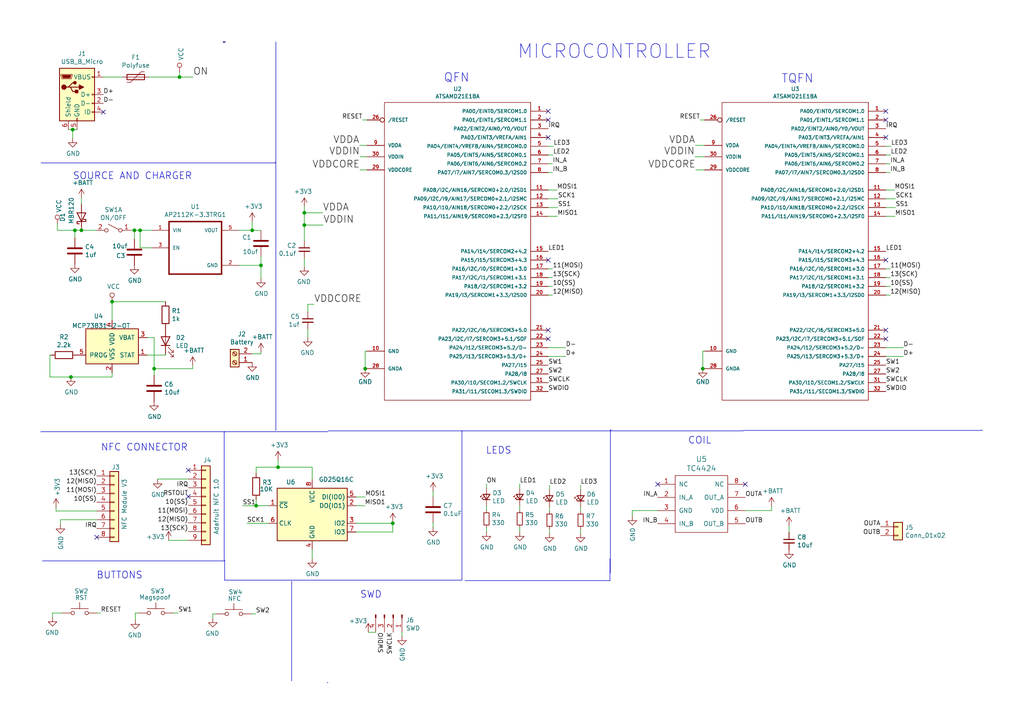
<source format=kicad_sch>
(kicad_sch (version 20230121) (generator eeschema)
  (paper "A4")
  (title_block (title "NFC Copy Cat") (date "2021-04-16") (rev "1.5v") (company "Electronic Cats") (comment 2 "Eduardo Contreras") (comment 3 "Andres Sabas") (comment 4 "Juan Eduardo Rangel Macias "))
  (lib_symbols
    (symbol "Connector:Screw_Terminal_01x02" (pin_names (offset 1.016) hide)
      (property "Reference" "J" (at 0 2.54 0))
      (property "Value" "Screw_Terminal_01x02" (at 0 -5.08 0))
      (symbol "Screw_Terminal_01x02_1_1"
        (pin passive line (at -5.08 0 0) (length 3.81) (name "Pin_1") (number "1"))
        (pin passive line (at -5.08 -2.54 0) (length 3.81) (name "Pin_2") (number "2"))
      )
    )
    (symbol "Connector_Generic:Conn_01x02" (pin_names (offset 1.016) hide)
      (property "Reference" "J" (at 0 2.54 0))
      (property "Value" "Conn_01x02" (at 0 -5.08 0))
      (symbol "Conn_01x02_1_1"
        (pin passive line (at -5.08 0 0) (length 3.81) (name "Pin_1") (number "1"))
        (pin passive line (at -5.08 -2.54 0) (length 3.81) (name "Pin_2") (number "2"))
      )
    )
    (symbol "Connector_Generic:Conn_01x08" (pin_names (offset 1.016) hide)
      (property "Reference" "J" (at 0 10.16 0))
      (property "Value" "Conn_01x08" (at 0 -12.7 0))
      (symbol "Conn_01x08_1_1"
        (pin passive line (at -5.08 7.62 0) (length 3.81) (name "Pin_1") (number "1"))
        (pin passive line (at -5.08 5.08 0) (length 3.81) (name "Pin_2") (number "2"))
        (pin passive line (at -5.08 2.54 0) (length 3.81) (name "Pin_3") (number "3"))
        (pin passive line (at -5.08 0 0) (length 3.81) (name "Pin_4") (number "4"))
        (pin passive line (at -5.08 -2.54 0) (length 3.81) (name "Pin_5") (number "5"))
        (pin passive line (at -5.08 -5.08 0) (length 3.81) (name "Pin_6") (number "6"))
        (pin passive line (at -5.08 -7.62 0) (length 3.81) (name "Pin_7") (number "7"))
        (pin passive line (at -5.08 -10.16 0) (length 3.81) (name "Pin_8") (number "8"))
      )
    )
    (symbol "Connector_Generic:Conn_01x09" (pin_names (offset 1.016) hide)
      (property "Reference" "J" (at 0 12.7 0))
      (property "Value" "Conn_01x09" (at 0 -12.7 0))
      (symbol "Conn_01x09_1_1"
        (pin passive line (at -5.08 10.16 0) (length 3.81) (name "Pin_1") (number "1"))
        (pin passive line (at -5.08 7.62 0) (length 3.81) (name "Pin_2") (number "2"))
        (pin passive line (at -5.08 5.08 0) (length 3.81) (name "Pin_3") (number "3"))
        (pin passive line (at -5.08 2.54 0) (length 3.81) (name "Pin_4") (number "4"))
        (pin passive line (at -5.08 0 0) (length 3.81) (name "Pin_5") (number "5"))
        (pin passive line (at -5.08 -2.54 0) (length 3.81) (name "Pin_6") (number "6"))
        (pin passive line (at -5.08 -5.08 0) (length 3.81) (name "Pin_7") (number "7"))
        (pin passive line (at -5.08 -7.62 0) (length 3.81) (name "Pin_8") (number "8"))
        (pin passive line (at -5.08 -10.16 0) (length 3.81) (name "Pin_9") (number "9"))
      )
    )
    (symbol "Device:C" (pin_numbers hide) (pin_names (offset 0.254))
      (property "Reference" "C" (at 0.635 2.54 0))
      (property "Value" "C" (at 0.635 -2.54 0))
      (symbol "C_1_1"
        (pin passive line (at 0 3.81 270) (length 2.794) (name "~") (number "1"))
        (pin passive line (at 0 -3.81 90) (length 2.794) (name "~") (number "2"))
      )
    )
    (symbol "Device:C_Small" (pin_numbers hide) (pin_names (offset 0.254) hide)
      (property "Reference" "C" (at 0.254 1.778 0))
      (property "Value" "C_Small" (at 0.254 -2.032 0))
      (symbol "C_Small_1_1"
        (pin passive line (at 0 2.54 270) (length 2.032) (name "~") (number "1"))
        (pin passive line (at 0 -2.54 90) (length 2.032) (name "~") (number "2"))
      )
    )
    (symbol "Device:D_Schottky" (pin_numbers hide) (pin_names (offset 1.016) hide)
      (property "Reference" "D" (at 0 2.54 0))
      (property "Value" "D_Schottky" (at 0 -2.54 0))
      (symbol "D_Schottky_1_1"
        (pin passive line (at -3.81 0 0) (length 2.54) (name "K") (number "1"))
        (pin passive line (at 3.81 0 180) (length 2.54) (name "A") (number "2"))
      )
    )
    (symbol "Device:LED" (pin_numbers hide) (pin_names (offset 1.016) hide)
      (property "Reference" "D" (at 0 2.54 0))
      (property "Value" "LED" (at 0 -2.54 0))
      (symbol "LED_1_1"
        (pin passive line (at -3.81 0 0) (length 2.54) (name "K") (number "1"))
        (pin passive line (at 3.81 0 180) (length 2.54) (name "A") (number "2"))
      )
    )
    (symbol "Device:LED_Small" (pin_numbers hide) (pin_names (offset 0.254) hide)
      (property "Reference" "D" (at -1.27 3.175 0))
      (property "Value" "LED_Small" (at -4.445 -2.54 0))
      (symbol "LED_Small_1_1"
        (pin passive line (at -2.54 0 0) (length 1.778) (name "K") (number "1"))
        (pin passive line (at 2.54 0 180) (length 1.778) (name "A") (number "2"))
      )
    )
    (symbol "Device:Polyfuse" (pin_numbers hide) (pin_names (offset 0))
      (property "Reference" "F" (at -2.54 0 90))
      (property "Value" "Polyfuse" (at 2.54 0 90))
      (symbol "Polyfuse_1_1"
        (pin passive line (at 0 3.81 270) (length 1.27) (name "~") (number "1"))
        (pin passive line (at 0 -3.81 90) (length 1.27) (name "~") (number "2"))
      )
    )
    (symbol "Device:R" (pin_numbers hide) (pin_names (offset 0))
      (property "Reference" "R" (at 2.032 0 90))
      (property "Value" "R" (at 0 0 90))
      (symbol "R_1_1"
        (pin passive line (at 0 3.81 270) (length 1.27) (name "~") (number "1"))
        (pin passive line (at 0 -3.81 90) (length 1.27) (name "~") (number "2"))
      )
    )
    (symbol "Device:R_Small" (pin_numbers hide) (pin_names (offset 0.254) hide)
      (property "Reference" "R" (at 0.762 0.508 0))
      (property "Value" "R_Small" (at 0.762 -1.016 0))
      (symbol "R_Small_1_1"
        (pin passive line (at 0 2.54 270) (length 0.762) (name "~") (number "1"))
        (pin passive line (at 0 -2.54 90) (length 0.762) (name "~") (number "2"))
      )
    )
    (symbol "nfc_copy_cat-rescue:+3.3V-power" (power) (pin_names (offset 0))
      (property "Value" "+3.3V-power" (at 0 3.556 0))
      (symbol "+3.3V-power_1_1"
        (pin power_in line (at 0 0 90) (length 0) hide (name "+3V3") (number "1"))
      )
    )
    (symbol "nfc_copy_cat-rescue:AP2112K-3.3TRG1-electroniccats" (pin_names (offset 1.016))
      (property "Reference" "U" (at -7.6708 8.6614 0))
      (property "Value" "AP2112K-3.3TRG1-electroniccats" (at -7.6454 -11.6586 0))
      (symbol "AP2112K-3.3TRG1-electroniccats_0_0"
        (pin power_in line (at -12.7 5.08 0) (length 5.08) (name "VIN") (number "1"))
        (pin power_in line (at 12.7 -5.08 180) (length 5.08) (name "GND") (number "2"))
        (pin input line (at -12.7 0 0) (length 5.08) (name "EN") (number "3"))
        (pin power_in line (at 12.7 5.08 180) (length 5.08) (name "VOUT") (number "5"))
      )
    )
    (symbol "nfc_copy_cat-rescue:ATSAMD21E18A-electroniccats" (pin_names (offset 1.016))
      (property "Reference" "U" (at -11.938 43.434 0))
      (property "Value" "ATSAMD21E18A-electroniccats" (at 20.828 43.942 0))
      (symbol "ATSAMD21E18A-electroniccats_1_1"
        (pin bidirectional line (at 35.56 40.64 180) (length 5.08) (name "PA00/EINT0/SERCOM1.0") (number "1"))
        (pin power_in line (at -17.018 -28.956 0) (length 5.08) (name "GND") (number "10"))
        (pin bidirectional line (at 35.56 17.78 180) (length 5.08) (name "PA08/I2C/AIN16/SERCOM0+2.0/I2SD1") (number "11"))
        (pin bidirectional line (at 35.56 15.24 180) (length 5.08) (name "PA09/I2C/I9/AIN17/SERCOM0+2.1/I2SMC") (number "12"))
        (pin bidirectional line (at 35.56 12.7 180) (length 5.08) (name "PA10/I10/AIN18/SERCOM0+2.2/I2SCK") (number "13"))
        (pin bidirectional line (at 35.56 10.16 180) (length 5.08) (name "PA11/I11/AIN19/SERCOM0+2.3/I2SF0") (number "14"))
        (pin bidirectional line (at 35.56 0 180) (length 5.08) (name "PA14/I14/SERCOM2+4.2") (number "15"))
        (pin bidirectional line (at 35.56 -2.54 180) (length 5.08) (name "PA15/I15/SERCOM3+4.3") (number "16"))
        (pin bidirectional line (at 35.56 -5.08 180) (length 5.08) (name "PA16/I2C/I0/SERCOM1+3.0") (number "17"))
        (pin bidirectional line (at 35.56 -7.62 180) (length 5.08) (name "PA17/I2C/I1/SERCOM1+3.1") (number "18"))
        (pin bidirectional line (at 35.56 -10.16 180) (length 5.08) (name "PA18/I2/SERCOM1+3.2") (number "19"))
        (pin bidirectional line (at 35.56 38.1 180) (length 5.08) (name "PA01/EINT1/SERCOM1.1") (number "2"))
        (pin bidirectional line (at 35.56 -12.7 180) (length 5.08) (name "PA19/I3/SERCOM1+3.3/I2SD0") (number "20"))
        (pin bidirectional line (at 35.56 -22.86 180) (length 5.08) (name "PA22/I2C/I6/SERCOM3+5.0") (number "21"))
        (pin bidirectional line (at 35.56 -25.4 180) (length 5.08) (name "PA23/I2C/I7/SERCOM3+5.1/SOF") (number "22"))
        (pin bidirectional line (at 35.56 -27.94 180) (length 5.08) (name "PA24/I12/SERCOM3+5.2/D-") (number "23"))
        (pin bidirectional line (at 35.56 -30.48 180) (length 5.08) (name "PA25/I13/SERCOM3+5.3/D+") (number "24"))
        (pin bidirectional line (at 35.56 -33.02 180) (length 5.08) (name "PA27/I15") (number "25"))
        (pin bidirectional inverted (at -17.018 38.1 0) (length 5.08) (name "/RESET") (number "26"))
        (pin bidirectional line (at 35.56 -35.56 180) (length 5.08) (name "PA28/I8") (number "27"))
        (pin power_in line (at -17.018 -34.036 0) (length 5.08) (name "GNDA") (number "28"))
        (pin power_in line (at -17.018 23.622 0) (length 5.08) (name "VDDCORE") (number "29"))
        (pin bidirectional line (at 35.56 35.56 180) (length 5.08) (name "PA02/EINT2/AIN0/Y0/VOUT") (number "3"))
        (pin power_in line (at -17.018 27.432 0) (length 5.08) (name "VDDIN") (number "30"))
        (pin bidirectional line (at 35.56 -38.1 180) (length 5.08) (name "PA30/I10/SECOM1.2/SWCLK") (number "31"))
        (pin bidirectional line (at 35.56 -40.64 180) (length 5.08) (name "PA31/I11/SECOM1.3/SWDIO") (number "32"))
        (pin bidirectional line (at 35.56 33.02 180) (length 5.08) (name "PA03/EINT3/VREFA/AIN1") (number "4"))
        (pin bidirectional line (at 35.56 30.48 180) (length 5.08) (name "PA04/EINT4/VREFB/AIN4/SERCOM0.0") (number "5"))
        (pin bidirectional line (at 35.56 27.94 180) (length 5.08) (name "PA05/EINT5/AIN5/SERCOM0.1") (number "6"))
        (pin bidirectional line (at 35.56 25.4 180) (length 5.08) (name "PA06/EINT6/AIN6/SERCOM0.2") (number "7"))
        (pin bidirectional line (at 35.56 22.86 180) (length 5.08) (name "PA07/I7/AIN7/SERCOM0.3/I2SD0") (number "8"))
        (pin power_in line (at -17.018 30.734 0) (length 5.08) (name "VDDA") (number "9"))
      )
    )
    (symbol "nfc_copy_cat-rescue:Conn_01x04_Male-Connector" (pin_names (offset 1.016) hide)
      (property "Reference" "J" (at 0 5.08 0))
      (property "Value" "Connector_Conn_01x04_Male" (at 0 -7.62 0))
      (symbol "Conn_01x04_Male-Connector_1_1"
        (pin passive line (at 5.08 2.54 180) (length 3.81) (name "Pin_1") (number "1"))
        (pin passive line (at 5.08 0 180) (length 3.81) (name "Pin_2") (number "2"))
        (pin passive line (at 5.08 -2.54 180) (length 3.81) (name "Pin_3") (number "3"))
        (pin passive line (at 5.08 -5.08 180) (length 3.81) (name "Pin_4") (number "4"))
      )
    )
    (symbol "nfc_copy_cat-rescue:GND-MagSpoofTC-cache" (power) (pin_names (offset 0))
      (property "Value" "GND-MagSpoofTC-cache" (at 0 -3.81 0))
      (symbol "GND-MagSpoofTC-cache_1_1"
        (pin power_in line (at 0 0 270) (length 0) hide (name "GND") (number "1"))
      )
    )
    (symbol "nfc_copy_cat-rescue:MCP73831-2-OT-Battery_Management" (pin_names (offset 1.016))
      (property "Reference" "U" (at -7.62 6.35 0))
      (property "Value" "Battery_Management_MCP73831-2-OT" (at 1.27 6.35 0))
      (symbol "MCP73831-2-OT-Battery_Management_1_1"
        (pin output line (at 10.16 -2.54 180) (length 2.54) (name "STAT") (number "1"))
        (pin power_in line (at 0 -7.62 90) (length 2.54) (name "VSS") (number "2"))
        (pin power_out line (at 10.16 2.54 180) (length 2.54) (name "VBAT") (number "3"))
        (pin power_in line (at 0 7.62 270) (length 2.54) (name "VDD") (number "4"))
        (pin input line (at -10.16 -2.54 0) (length 2.54) (name "PROG") (number "5"))
      )
    )
    (symbol "nfc_copy_cat-rescue:SW_DPST_x2-Switch" (pin_names (offset 0) hide)
      (property "Reference" "SW" (at 0 3.175 0))
      (property "Value" "SW_DPST_x2-Switch" (at 0 -2.54 0))
      (symbol "SW_DPST_x2-Switch_1_1"
        (pin passive line (at -5.08 0 0) (length 2.54) (name "A") (number "1"))
        (pin passive line (at 5.08 0 180) (length 2.54) (name "B") (number "2"))
      )
      (symbol "SW_DPST_x2-Switch_2_1"
        (pin input line (at -5.08 0 0) (length 2.54) (name "A") (number "3"))
        (pin input line (at 5.08 0 180) (length 2.54) (name "B") (number "4"))
      )
    )
    (symbol "nfc_copy_cat-rescue:Switch_SW_Push-Bast_WAN-cache" (pin_numbers hide) (pin_names (offset 1.016) hide)
      (property "Reference" "SW" (at 1.27 2.54 0))
      (property "Value" "Switch_SW_Push-Bast_WAN-cache" (at 0 -1.524 0))
      (symbol "Switch_SW_Push-Bast_WAN-cache_0_1"
        (pin passive line (at -5.08 0 0) (length 2.54) (name "1") (number "1"))
        (pin passive line (at 5.08 0 180) (length 2.54) (name "2") (number "2"))
      )
    )
    (symbol "nfc_copy_cat-rescue:TC4424-MagSpoofTC-cache" (pin_names (offset 1.016))
      (property "Reference" "U" (at 6.35 -8.89 0))
      (property "Value" "TC4424-MagSpoofTC-cache" (at -3.81 -8.89 0))
      (symbol "TC4424-MagSpoofTC-cache_1_1"
        (pin input line (at -12.7 6.35 0) (length 5.08) (name "NC") (number "1"))
        (pin input line (at -12.7 2.54 0) (length 5.08) (name "IN_A") (number "2"))
        (pin input line (at -12.7 -1.27 0) (length 5.08) (name "GND") (number "3"))
        (pin input line (at -12.7 -5.08 0) (length 5.08) (name "IN_B") (number "4"))
        (pin input line (at 12.7 -5.08 180) (length 5.08) (name "OUT_B") (number "5"))
        (pin input line (at 12.7 -1.27 180) (length 5.08) (name "VDD") (number "6"))
        (pin input line (at 12.7 2.54 180) (length 5.08) (name "OUT_A") (number "7"))
        (pin input line (at 12.7 6.35 180) (length 5.08) (name "NC") (number "8"))
      )
    )
    (symbol "nfc_copy_cat-rescue:USB_B_Micro-Connector" (pin_names (offset 1.016))
      (property "Reference" "J" (at -5.08 11.43 0))
      (property "Value" "USB_B_Micro-Connector" (at -5.08 8.89 0))
      (symbol "USB_B_Micro-Connector_1_1"
        (pin power_out line (at 7.62 5.08 180) (length 2.54) (name "VBUS") (number "1"))
        (pin passive line (at 7.62 -2.54 180) (length 2.54) (name "D-") (number "2"))
        (pin passive line (at 7.62 0 180) (length 2.54) (name "D+") (number "3"))
        (pin passive line (at 7.62 -5.08 180) (length 2.54) (name "ID") (number "4"))
        (pin power_out line (at 0 -10.16 90) (length 2.54) (name "GND") (number "5"))
        (pin passive line (at -2.54 -10.16 90) (length 2.54) (name "Shield") (number "6"))
      )
    )
    (symbol "nfc_copy_cat-rescue:VCC-MagSpoofTC-cache" (power) (pin_names (offset 0))
      (property "Value" "VCC-MagSpoofTC-cache" (at 0 3.81 0))
      (symbol "VCC-MagSpoofTC-cache_1_1"
        (pin power_in line (at 0 0 90) (length 0) hide (name "VCC") (number "1"))
      )
    )
    (symbol "nfc_copy_cat-rescue:W25Q32JVSS-Memory_Flash"
      (property "Reference" "U" (at -8.89 8.89 0))
      (property "Value" "Memory_Flash_W25Q32JVSS" (at 7.62 8.89 0))
      (symbol "W25Q32JVSS-Memory_Flash_1_1"
        (pin input line (at -12.7 2.54 0) (length 2.54) (name "~{CS}") (number "1"))
        (pin bidirectional line (at 12.7 2.54 180) (length 2.54) (name "DO(IO1)") (number "2"))
        (pin bidirectional line (at 12.7 -2.54 180) (length 2.54) (name "IO2") (number "3"))
        (pin power_in line (at 0 -10.16 90) (length 2.54) (name "GND") (number "4"))
        (pin bidirectional line (at 12.7 5.08 180) (length 2.54) (name "DI(IO0)") (number "5"))
        (pin input line (at -12.7 -2.54 0) (length 2.54) (name "CLK") (number "6"))
        (pin bidirectional line (at 12.7 -5.08 180) (length 2.54) (name "IO3") (number "7"))
        (pin power_in line (at 0 10.16 270) (length 2.54) (name "VCC") (number "8"))
      )
    )
    (symbol "power:+BATT" (power) (pin_names (offset 0))
      (property "Value" "+BATT" (at 0 3.556 0))
      (symbol "+BATT_1_1"
        (pin power_in line (at 0 0 90) (length 0) hide (name "+BATT") (number "1"))
      )
    )
    (symbol "power:GND" (power) (pin_names (offset 0))
      (property "Value" "GND" (at 0 -3.81 0))
      (symbol "GND_1_1"
        (pin power_in line (at 0 0 270) (length 0) hide (name "GND") (number "1"))
      )
    )
  )
  (junction (at 21.082 37.592))
  (junction (at 44.704 106.934))
  (junction (at 113.919 151.765))
  (junction (at 203.835 106.934))
  (junction (at 32.512 87.503))
  (junction (at 20.574 109.347))
  (junction (at 88.265 61.722))
  (junction (at 88.265 65.278))
  (junction (at 75.692 76.962))
  (junction (at 74.295 146.685))
  (junction (at 52.07 22.352))
  (junction (at 38.989 66.802))
  (junction (at 23.622 66.802))
  (junction (at 21.717 66.802))
  (junction (at 105.918 106.934))
  (junction (at 80.645 135.509))
  (junction (at 73.152 66.802))
  (junction (at 40.64 66.802))
  (no_connect (at 190.754 140.462))
  (no_connect (at 256.921 32.258))
  (no_connect (at 54.61 136.398))
  (no_connect (at 256.921 95.758))
  (no_connect (at 54.61 144.018))
  (no_connect (at 28.067 155.829))
  (no_connect (at 256.921 75.438))
  (no_connect (at 159.004 75.438))
  (no_connect (at 159.004 32.258))
  (no_connect (at 29.972 32.512))
  (no_connect (at 159.004 98.298))
  (no_connect (at 256.921 39.878))
  (no_connect (at 216.154 140.462))
  (no_connect (at 159.004 95.758))
  (no_connect (at 256.921 34.798))
  (no_connect (at 159.004 34.798))
  (no_connect (at 256.921 98.298))
  (no_connect (at 159.004 39.878))
  (polyline (pts (xy 284.861 124.841) (xy 284.861 124.714)))
  (wire (pts (xy 203.835 101.854) (xy 203.835 106.934)))
  (wire (pts (xy 61.722 179.324) (xy 61.722 178.054)))
  (wire (pts (xy 16.637 66.802) (xy 21.717 66.802)))
  (wire (pts (xy 28.067 150.749) (xy 17.526 150.749)))
  (wire (pts (xy 74.295 137.287) (xy 74.295 135.509)))
  (wire (pts (xy 103.251 146.685) (xy 105.791 146.685)))
  (wire (pts (xy 256.921 47.498) (xy 258.191 47.498)))
  (wire (pts (xy 104.394 45.466) (xy 106.426 45.466)))
  (wire (pts (xy 44.704 106.934) (xy 44.704 108.839)))
  (wire (pts (xy 125.603 144.018) (xy 125.603 142.494)))
  (wire (pts (xy 150.749 140.335) (xy 150.749 141.605)))
  (wire (pts (xy 256.921 83.058) (xy 258.191 83.058)))
  (wire (pts (xy 159.004 62.738) (xy 161.671 62.738)))
  (wire (pts (xy 203.835 106.934) (xy 204.343 106.934)))
  (wire (pts (xy 159.004 57.658) (xy 161.798 57.658)))
  (wire (pts (xy 37.973 66.802) (xy 38.989 66.802)))
  (wire (pts (xy 80.645 133.477) (xy 80.645 135.509)))
  (wire (pts (xy 103.251 144.145) (xy 105.918 144.145)))
  (wire (pts (xy 159.385 140.716) (xy 159.385 141.986)))
  (wire (pts (xy 40.64 71.882) (xy 40.64 66.802)))
  (wire (pts (xy 45.72 138.938) (xy 54.61 138.938)))
  (wire (pts (xy 159.004 77.978) (xy 160.274 77.978)))
  (wire (pts (xy 73.152 64.262) (xy 73.152 66.802)))
  (polyline (pts (xy 133.985 168.275) (xy 133.985 124.841)))
  (wire (pts (xy 106.807 183.388) (xy 108.966 183.388)))
  (polyline (pts (xy 215.646 124.968) (xy 95.123 124.968)))
  (wire (pts (xy 116.586 183.388) (xy 116.586 184.531)))
  (wire (pts (xy 89.281 97.917) (xy 89.281 95.504)))
  (wire (pts (xy 21.717 66.802) (xy 23.622 66.802)))
  (wire (pts (xy 223.774 148.082) (xy 223.774 146.812)))
  (wire (pts (xy 256.921 50.038) (xy 258.191 50.038)))
  (polyline (pts (xy 177.038 166.243) (xy 177.038 124.714)))
  (wire (pts (xy 168.402 153.416) (xy 168.402 154.686)))
  (wire (pts (xy 201.676 42.164) (xy 204.343 42.164)))
  (wire (pts (xy 159.004 44.958) (xy 160.401 44.958)))
  (wire (pts (xy 39.243 177.8) (xy 40.132 177.8)))
  (wire (pts (xy 159.004 50.038) (xy 160.274 50.038)))
  (wire (pts (xy 160.274 80.518) (xy 159.004 80.518)))
  (polyline (pts (xy 176.911 168.402) (xy 176.911 162.052)))
  (wire (pts (xy 55.88 106.934) (xy 44.704 106.934)))
  (wire (pts (xy 256.921 77.978) (xy 258.191 77.978)))
  (polyline (pts (xy 134.874 168.402) (xy 176.911 168.402)))
  (polyline (pts (xy 215.646 124.841) (xy 284.861 124.841)))
  (wire (pts (xy 88.265 61.722) (xy 88.265 65.278)))
  (wire (pts (xy 168.402 140.716) (xy 168.402 141.986)))
  (wire (pts (xy 21.082 37.592) (xy 21.082 40.132)))
  (wire (pts (xy 256.921 62.738) (xy 259.588 62.738)))
  (wire (pts (xy 159.385 147.066) (xy 159.385 148.336)))
  (wire (pts (xy 43.942 71.882) (xy 40.64 71.882)))
  (wire (pts (xy 23.622 59.182) (xy 23.622 57.404)))
  (wire (pts (xy 38.989 69.342) (xy 38.989 66.802)))
  (wire (pts (xy 141.097 153.035) (xy 141.097 154.305)))
  (wire (pts (xy 159.004 60.198) (xy 161.798 60.198)))
  (wire (pts (xy 73.152 102.616) (xy 75.692 102.616)))
  (wire (pts (xy 23.622 66.802) (xy 27.813 66.802)))
  (wire (pts (xy 164.084 100.838) (xy 159.004 100.838)))
  (wire (pts (xy 74.295 146.685) (xy 74.295 144.907)))
  (wire (pts (xy 14.478 109.347) (xy 20.574 109.347)))
  (wire (pts (xy 159.004 83.058) (xy 160.274 83.058)))
  (wire (pts (xy 43.18 22.352) (xy 52.07 22.352)))
  (wire (pts (xy 32.512 92.837) (xy 32.512 87.503)))
  (wire (pts (xy 256.921 55.118) (xy 259.461 55.118)))
  (wire (pts (xy 201.803 49.276) (xy 204.343 49.276)))
  (wire (pts (xy 73.152 66.802) (xy 69.342 66.802)))
  (wire (pts (xy 159.004 42.418) (xy 160.528 42.418)))
  (wire (pts (xy 42.672 97.917) (xy 44.704 97.917)))
  (polyline (pts (xy 65.151 168.275) (xy 133.985 168.275)))
  (wire (pts (xy 258.191 85.598) (xy 256.921 85.598)))
  (wire (pts (xy 74.295 135.509) (xy 80.645 135.509)))
  (wire (pts (xy 88.265 59.944) (xy 88.265 61.722)))
  (wire (pts (xy 141.097 140.335) (xy 141.097 141.605)))
  (wire (pts (xy 19.812 37.592) (xy 21.082 37.592)))
  (wire (pts (xy 44.704 97.917) (xy 44.704 106.934)))
  (wire (pts (xy 80.645 135.509) (xy 90.551 135.509)))
  (wire (pts (xy 15.24 179.07) (xy 15.24 177.8)))
  (wire (pts (xy 159.385 153.416) (xy 159.385 154.686)))
  (wire (pts (xy 105.918 106.934) (xy 106.426 106.934)))
  (wire (pts (xy 48.895 156.718) (xy 54.61 156.718)))
  (wire (pts (xy 89.281 90.424) (xy 89.281 88.265)))
  (wire (pts (xy 256.921 42.418) (xy 258.445 42.418)))
  (wire (pts (xy 256.921 103.378) (xy 262.001 103.378)))
  (wire (pts (xy 141.097 146.685) (xy 141.097 147.955)))
  (wire (pts (xy 89.281 88.265) (xy 91.059 88.265)))
  (wire (pts (xy 258.191 80.518) (xy 256.921 80.518)))
  (polyline (pts (xy 65.024 162.687) (xy 65.024 125.095)))
  (wire (pts (xy 105.918 101.854) (xy 105.918 106.934)))
  (wire (pts (xy 150.749 146.685) (xy 150.749 147.955)))
  (wire (pts (xy 113.919 151.384) (xy 113.919 151.765)))
  (wire (pts (xy 16.256 148.209) (xy 16.256 147.193)))
  (wire (pts (xy 216.154 148.082) (xy 223.774 148.082)))
  (wire (pts (xy 51.689 177.8) (xy 50.292 177.8)))
  (wire (pts (xy 160.274 85.598) (xy 159.004 85.598)))
  (bus (pts (xy 65.278 12.192) (xy 64.77 12.192)))
  (wire (pts (xy 77.851 151.765) (xy 71.628 151.765)))
  (wire (pts (xy 16.637 66.802) (xy 16.637 64.897)))
  (wire (pts (xy 203.835 101.854) (xy 204.343 101.854)))
  (wire (pts (xy 77.851 146.685) (xy 74.295 146.685)))
  (wire (pts (xy 262.001 100.838) (xy 256.921 100.838)))
  (wire (pts (xy 38.989 66.802) (xy 40.64 66.802)))
  (wire (pts (xy 159.004 103.378) (xy 164.084 103.378)))
  (polyline (pts (xy 80.01 12.192) (xy 80.01 124.841)))
  (wire (pts (xy 190.754 148.082) (xy 183.388 148.082)))
  (wire (pts (xy 75.692 76.962) (xy 75.692 80.772)))
  (wire (pts (xy 150.749 153.035) (xy 150.749 154.305)))
  (polyline (pts (xy 84.582 168.529) (xy 84.582 197.485)))
  (polyline (pts (xy 65.151 162.433) (xy 65.151 168.275)))
  (wire (pts (xy 69.342 76.962) (xy 75.692 76.962)))
  (wire (pts (xy 256.921 44.958) (xy 258.318 44.958)))
  (wire (pts (xy 228.854 154.432) (xy 228.854 152.527)))
  (wire (pts (xy 93.599 61.722) (xy 88.265 61.722)))
  (wire (pts (xy 32.512 87.503) (xy 48.006 87.503)))
  (wire (pts (xy 28.067 148.209) (xy 16.256 148.209)))
  (wire (pts (xy 32.512 108.077) (xy 32.512 109.347)))
  (wire (pts (xy 104.267 42.164) (xy 106.426 42.164)))
  (wire (pts (xy 21.717 68.961) (xy 21.717 66.802)))
  (wire (pts (xy 105.156 34.798) (xy 106.426 34.798)))
  (polyline (pts (xy 94.996 125.222) (xy 11.811 125.222)))
  (wire (pts (xy 29.21 177.8) (xy 28.194 177.8)))
  (polyline (pts (xy 95.123 197.993) (xy 94.869 197.993)))
  (wire (pts (xy 52.07 22.352) (xy 52.07 20.828)))
  (wire (pts (xy 48.006 102.997) (xy 48.006 102.743)))
  (wire (pts (xy 17.526 150.749) (xy 17.526 152.146)))
  (wire (pts (xy 75.692 102.616) (xy 75.692 102.108)))
  (wire (pts (xy 39.243 179.832) (xy 39.243 177.8)))
  (wire (pts (xy 88.265 74.93) (xy 88.265 77.343)))
  (wire (pts (xy 32.512 109.347) (xy 20.574 109.347)))
  (wire (pts (xy 88.265 65.278) (xy 88.265 69.85)))
  (wire (pts (xy 168.402 147.066) (xy 168.402 148.336)))
  (wire (pts (xy 256.921 57.658) (xy 259.715 57.658)))
  (wire (pts (xy 75.692 74.422) (xy 75.692 76.962)))
  (wire (pts (xy 159.004 47.498) (xy 160.274 47.498)))
  (wire (pts (xy 125.603 151.638) (xy 125.603 152.908)))
  (polyline (pts (xy 177.038 124.714) (xy 177.292 124.714)))
  (wire (pts (xy 29.972 22.352) (xy 35.56 22.352)))
  (wire (pts (xy 103.251 151.765) (xy 113.919 151.765)))
  (wire (pts (xy 256.921 60.198) (xy 259.715 60.198)))
  (wire (pts (xy 90.551 135.509) (xy 90.551 139.065)))
  (wire (pts (xy 14.732 102.997) (xy 14.478 102.997)))
  (wire (pts (xy 93.726 65.278) (xy 88.265 65.278)))
  (polyline (pts (xy 12.319 162.687) (xy 65.024 162.687)))
  (polyline (pts (xy 79.883 47.244) (xy 79.883 46.99)))
  (wire (pts (xy 15.24 177.8) (xy 18.034 177.8)))
  (wire (pts (xy 105.918 101.854) (xy 106.426 101.854)))
  (wire (pts (xy 14.478 102.997) (xy 14.478 109.347)))
  (wire (pts (xy 40.64 66.802) (xy 43.942 66.802)))
  (wire (pts (xy 203.073 34.798) (xy 204.343 34.798)))
  (wire (pts (xy 56.007 22.352) (xy 52.07 22.352)))
  (wire (pts (xy 75.692 66.802) (xy 73.152 66.802)))
  (wire (pts (xy 183.388 148.082) (xy 183.388 149.733)))
  (wire (pts (xy 201.549 45.466) (xy 204.343 45.466)))
  (wire (pts (xy 21.082 37.592) (xy 22.352 37.592)))
  (wire (pts (xy 159.004 55.118) (xy 161.544 55.118)))
  (wire (pts (xy 42.672 102.997) (xy 48.006 102.997)))
  (polyline (pts (xy 11.938 47.244) (xy 79.883 47.244)))
  (wire (pts (xy 113.919 151.765) (xy 113.919 154.305)))
  (wire (pts (xy 55.88 106.045) (xy 55.88 106.934)))
  (wire (pts (xy 90.551 159.385) (xy 90.551 162.052)))
  (wire (pts (xy 103.251 154.305) (xy 113.919 154.305)))
  (wire (pts (xy 104.394 49.276) (xy 106.426 49.276)))
  (wire (pts (xy 70.358 146.685) (xy 74.295 146.685)))
  (wire (pts (xy 45.72 139.065) (xy 45.72 138.938)))
  (wire (pts (xy 72.898 178.054) (xy 74.168 178.054)))
  (wire (pts (xy 61.722 178.054) (xy 62.738 178.054)))
  (text "BUTTONS" (at 27.94 168.148 0) (effects (font (size 2.0066 2.0066)) (justify left bottom)))
  (text "NFC CONNECTOR" (at 29.21 131.064 0) (effects (font (size 2.0066 2.0066)) (justify left bottom)))
  (text "COIL" (at 199.517 129.032 0) (effects (font (size 2.0066 2.0066)) (justify left bottom)))
  (text "SOURCE AND CHARGER" (at 21.082 52.324 0) (effects (font (size 2.0066 2.0066)) (justify left bottom)))
  (text "TQFN" (at 226.568 24.384 0) (effects (font (size 2.4892 2.4892)) (justify left bottom)))
  (text "SWD" (at 104.394 173.736 0) (effects (font (size 2.0066 2.0066)) (justify left bottom)))
  (text "QFN" (at 128.651 24.13 0) (effects (font (size 2.4892 2.4892)) (justify left bottom)))
  (text "MICROCONTROLLER" (at 149.987 17.399 0) (effects (font (size 3.9878 3.9878)) (justify left bottom)))
  (text "LEDS" (at 140.843 131.953 0) (effects (font (size 2.0066 2.0066)) (justify left bottom)))
  (label "10(SS)" (at 28.067 145.669 180))
  (label "SW1" (at 159.004 105.918 0))
  (label "VDDIN" (at 104.394 45.466 180) (effects (font (size 2.0066 2.0066))))
  (label "VDDA" (at 104.267 42.164 180) (effects (font (size 2.0066 2.0066))))
  (label "IRQ" (at 159.004 37.338 0))
  (label "VDDIN" (at 93.726 65.278 0) (effects (font (size 2.0066 2.0066))))
  (label "SWDIO" (at 256.921 113.538 0))
  (label "OUTB" (at 255.397 155.321 180))
  (label "SWCLK" (at 114.046 183.388 270))
  (label "SS1" (at 70.358 146.685 0))
  (label "SW2" (at 256.921 108.458 0))
  (label "MISO1" (at 105.791 146.685 0))
  (label "OUTA" (at 216.154 144.272 0))
  (label "RESET" (at 105.156 34.798 180))
  (label "11(MOSI)" (at 258.191 77.978 0))
  (label "VDDIN" (at 201.549 45.466 180) (effects (font (size 2.0066 2.0066))))
  (label "IRQ" (at 54.61 141.478 180))
  (label "D+" (at 29.972 27.432 0))
  (label "SWCLK" (at 256.921 110.998 0))
  (label "IN_B" (at 160.274 50.038 0))
  (label "VDDCORE" (at 104.394 49.276 180) (effects (font (size 2.0066 2.0066))))
  (label "LED2" (at 160.401 44.958 0))
  (label "LED1" (at 256.921 72.898 0))
  (label "SCK1" (at 161.798 57.658 0))
  (label "D-" (at 29.972 29.972 0))
  (label "LED2" (at 159.385 140.716 0))
  (label "VDDA" (at 201.676 42.164 180) (effects (font (size 2.0066 2.0066))))
  (label "D+" (at 164.084 103.378 0))
  (label "IRQ" (at 28.067 153.289 180))
  (label "RESET" (at 29.21 177.8 0))
  (label "10(SS)" (at 160.274 83.058 0))
  (label "IN_A" (at 258.191 47.498 0))
  (label "11(MOSI)" (at 160.274 77.978 0))
  (label "SCK1" (at 71.628 151.765 0))
  (label "LED2" (at 258.318 44.958 0))
  (label "SS1" (at 259.715 60.198 0))
  (label "D+" (at 262.001 103.378 0))
  (label "10(SS)" (at 54.61 146.558 180))
  (label "SWCLK" (at 159.004 110.998 0))
  (label "MOSI1" (at 161.544 55.118 0))
  (label "SS1" (at 161.798 60.198 0))
  (label "LED3" (at 168.402 140.716 0))
  (label "13(SCK)" (at 160.274 80.518 0))
  (label "RSTOUT" (at 54.61 144.018 180))
  (label "SWDIO" (at 159.004 113.538 0))
  (label "LED1" (at 150.749 140.335 0))
  (label "11(MOSI)" (at 28.067 143.129 180))
  (label "LED3" (at 160.528 42.418 0))
  (label "VDDA" (at 93.599 61.722 0) (effects (font (size 2.0066 2.0066))))
  (label "12(MISO)" (at 54.61 151.638 180))
  (label "SCK1" (at 259.715 57.658 0))
  (label "ON" (at 56.007 22.352 0) (effects (font (size 2.0066 2.0066))))
  (label "LED1" (at 159.004 72.898 0))
  (label "IN_A" (at 190.754 144.272 180))
  (label "IN_B" (at 258.191 50.038 0))
  (label "VDDCORE" (at 91.059 88.265 0) (effects (font (size 2.0066 2.0066))))
  (label "13(SCK)" (at 54.61 154.178 180))
  (label "RESET" (at 203.073 34.798 180))
  (label "MISO1" (at 161.671 62.738 0))
  (label "IN_B" (at 190.754 151.892 180))
  (label "SW1" (at 51.689 177.8 0))
  (label "MISO1" (at 259.588 62.738 0))
  (label "12(MISO)" (at 28.067 140.589 180))
  (label "13(SCK)" (at 258.191 80.518 0))
  (label "SW2" (at 159.004 108.458 0))
  (label "MOSI1" (at 259.461 55.118 0))
  (label "LED3" (at 258.445 42.418 0))
  (label "12(MISO)" (at 258.191 85.598 0))
  (label "11(MOSI)" (at 54.61 149.098 180))
  (label "D-" (at 262.001 100.838 0))
  (label "SWDIO" (at 111.506 183.388 270))
  (label "SW2" (at 74.168 178.054 0))
  (label "SW1" (at 256.921 105.918 0))
  (label "12(MISO)" (at 160.274 85.598 0))
  (label "OUTB" (at 216.154 151.892 0))
  (label "ON" (at 141.097 140.335 0))
  (label "VDDCORE" (at 201.803 49.276 180) (effects (font (size 2.0066 2.0066))))
  (label "13(SCK)" (at 28.067 138.049 180))
  (label "IN_A" (at 160.274 47.498 0))
  (label "10(SS)" (at 258.191 83.058 0))
  (label "D-" (at 164.084 100.838 0))
  (label "OUTA" (at 255.397 152.781 180))
  (label "MOSI1" (at 105.918 144.145 0))
  (label "IRQ" (at 256.921 37.338 0))
  (symbol (lib_id "Device:C_Small") (at 89.281 92.964 0) (mirror y) (unit 1)
    (property "Reference" "C5" (at 86.9442 91.7956 0) (effects (justify left)))
    (property "Value" "1uf" (at 86.9442 94.107 0) (effects (justify left)))
    (property "Footprint" "Capacitor_SMD:C_0805_2012Metric_Pad1.15x1.40mm_HandSolder" (effects hide))
  )
  (symbol (lib_id "nfc_copy_cat-rescue:TC4424-MagSpoofTC-cache") (at 203.454 146.812 0) (unit 1)
    (property "Reference" "U5" (at 203.454 133.1722 0) (effects (font (size 1.524 1.524))))
    (property "Value" "TC4424" (at 203.454 135.8646 0) (effects (font (size 1.524 1.524))))
    (property "Footprint" "Package_SO:SOIC-8_3.9x4.9mm_P1.27mm" (effects hide))
  )
  (symbol (lib_id "Device:C_Small") (at 88.265 72.39 0) (mirror y) (unit 1)
    (property "Reference" "C2" (at 85.9282 71.2216 0) (effects (justify left)))
    (property "Value" "0.1uf" (at 85.9282 73.533 0) (effects (justify left)))
    (property "Footprint" "Capacitor_SMD:C_0805_2012Metric_Pad1.15x1.40mm_HandSolder" (effects hide))
  )
  (symbol (lib_id "nfc_copy_cat-rescue:USB_B_Micro-Connector") (at 22.352 27.432 0) (unit 1)
    (property "Reference" "J1" (at 23.7998 15.5702 0))
    (property "Value" "USB_B_Micro" (at 23.7998 17.8816 0))
    (property "Footprint" "Connectors:U254051N4BH806" (effects hide))
  )
  (symbol (lib_id "nfc_copy_cat-rescue:+3.3V-power") (at 88.265 59.944 0) (mirror y) (unit 1)
    (property "Reference" "#PWR04" (effects hide))
    (property "Value" "+3.3V" (at 87.884 55.5498 0))
  )
  (symbol (lib_id "nfc_copy_cat-rescue:GND-MagSpoofTC-cache") (at 88.265 77.343 0) (mirror y) (unit 1)
    (property "Reference" "#PWR07" (effects hide))
    (property "Value" "GND" (at 88.138 81.7372 0))
  )
  (symbol (lib_id "nfc_copy_cat-rescue:GND-MagSpoofTC-cache") (at 89.281 97.917 0) (mirror y) (unit 1)
    (property "Reference" "#PWR012" (effects hide))
    (property "Value" "GND" (at 89.154 102.3112 0))
  )
  (symbol (lib_id "nfc_copy_cat-rescue:GND-MagSpoofTC-cache") (at 21.082 40.132 0) (unit 1)
    (property "Reference" "#PWR02" (effects hide))
    (property "Value" "GND" (at 21.209 44.5262 0))
  )
  (symbol (lib_id "nfc_copy_cat-rescue:GND-MagSpoofTC-cache") (at 105.918 106.934 0) (mirror y) (unit 1)
    (property "Reference" "#PWR016" (effects hide))
    (property "Value" "GND" (at 105.918 110.744 0))
  )
  (symbol (lib_id "Connector_Generic:Conn_01x08") (at 33.147 145.669 0) (unit 1)
    (property "Reference" "J3" (at 32.385 135.509 0) (effects (justify left)))
    (property "Value" "NFC Module V3" (at 36.068 153.67 90) (effects (justify left)))
    (property "Footprint" "Connector_PinHeader_2.54mm:PinHeader_1x08_P2.54mm_Vertical" (effects hide))
  )
  (symbol (lib_id "nfc_copy_cat-rescue:GND-MagSpoofTC-cache") (at 183.388 149.733 0) (unit 1)
    (property "Reference" "#PWR025" (effects hide))
    (property "Value" "GND" (at 183.515 152.9842 90) (effects (justify right)))
  )
  (symbol (lib_id "nfc_copy_cat-rescue:+3.3V-power") (at 16.256 147.193 0) (unit 1)
    (property "Reference" "#PWR024" (effects hide))
    (property "Value" "+3.3V" (at 16.637 143.9418 90) (effects (justify left)))
  )
  (symbol (lib_id "nfc_copy_cat-rescue:GND-MagSpoofTC-cache") (at 17.526 152.146 0) (unit 1)
    (property "Reference" "#PWR027" (effects hide))
    (property "Value" "GND" (at 17.653 155.3972 90) (effects (justify right)))
  )
  (symbol (lib_id "nfc_copy_cat-rescue:GND-MagSpoofTC-cache") (at 228.854 159.512 0) (unit 1)
    (property "Reference" "#PWR035" (effects hide))
    (property "Value" "GND" (at 228.981 163.9062 0))
  )
  (symbol (lib_id "nfc_copy_cat-rescue:GND-MagSpoofTC-cache") (at 15.24 179.07 0) (mirror y) (unit 1)
    (property "Reference" "#PWR037" (effects hide))
    (property "Value" "GND" (at 15.113 183.4642 0))
  )
  (symbol (lib_id "Device:Polyfuse") (at 39.37 22.352 270) (unit 1)
    (property "Reference" "F1" (at 39.37 16.637 90))
    (property "Value" "Polyfuse" (at 39.37 18.9484 90))
    (property "Footprint" "Fuse:Fuse_0805_2012Metric_Pad1.15x1.40mm_HandSolder" (effects hide))
    (property "manf#" "MFU0805FF00500P100" (effects hide))
  )
  (symbol (lib_id "nfc_copy_cat-rescue:VCC-MagSpoofTC-cache") (at 52.07 20.828 0) (unit 1)
    (property "Reference" "#PWR01" (effects hide))
    (property "Value" "VCC" (at 52.5018 17.5768 90) (effects (justify left)))
  )
  (symbol (lib_id "nfc_copy_cat-rescue:GND-MagSpoofTC-cache") (at 116.586 184.531 0) (unit 1)
    (property "Reference" "#PWR041" (effects hide))
    (property "Value" "GND" (at 116.713 187.7822 90) (effects (justify right)))
  )
  (symbol (lib_id "nfc_copy_cat-rescue:+3.3V-power") (at 106.807 183.388 0) (unit 1)
    (property "Reference" "#PWR040" (effects hide))
    (property "Value" "+3.3V" (at 101.219 180.086 0) (effects (justify left)))
  )
  (symbol (lib_id "nfc_copy_cat-rescue:AP2112K-3.3TRG1-electroniccats") (at 56.642 71.882 0) (unit 1)
    (property "Reference" "U1" (at 56.642 59.944 0))
    (property "Value" "AP2112K-3.3TRG1" (at 56.642 62.2554 0))
    (property "Footprint" "Package_TO_SOT_SMD:SOT-23-5_HandSoldering" (effects hide))
    (property "Campo4" "Diodes Inc." (effects hide))
    (property "Campo5" "SOT-753 Diodes Inc." (effects hide))
    (property "Campo6" "None" (effects hide))
    (property "Campo7" "Unavailable" (effects hide))
    (property "Campo8" "AP2112 Series 0.6 A 3.3 V Fixed Output SMT LDO Linear Regulator - SOT23-5" (effects hide))
  )
  (symbol (lib_id "Device:C_Small") (at 228.854 156.972 0) (unit 1)
    (property "Reference" "C8" (at 231.1908 155.8036 0) (effects (justify left)))
    (property "Value" "10uf" (at 231.1908 158.115 0) (effects (justify left)))
    (property "Footprint" "Capacitor_SMD:C_0805_2012Metric_Pad1.15x1.40mm_HandSolder" (effects hide))
  )
  (symbol (lib_id "Connector_Generic:Conn_01x02") (at 260.477 152.781 0) (unit 1)
    (property "Reference" "J5" (at 262.509 152.9842 0) (effects (justify left)))
    (property "Value" "Conn_01x02" (at 262.509 155.2956 0) (effects (justify left)))
    (property "Footprint" "Connector_PinHeader_2.54mm:PinHeader_1x02_P2.54mm_Vertical" (effects hide))
  )
  (symbol (lib_id "nfc_copy_cat-rescue:VCC-MagSpoofTC-cache") (at 16.637 64.897 0) (unit 1)
    (property "Reference" "#PWR06" (effects hide))
    (property "Value" "VCC" (at 17.0942 61.6712 90) (effects (justify left)))
  )
  (symbol (lib_id "nfc_copy_cat-rescue:ATSAMD21E18A-electroniccats") (at 123.444 72.898 0) (unit 1)
    (property "Reference" "U2" (at 132.715 25.8064 0) (effects (font (size 1.143 1.143))))
    (property "Value" "ATSAMD21E18A" (at 132.715 27.94 0) (effects (font (size 1.143 1.143))))
    (property "Footprint" "Package_DFN_QFN:QFN-32-1EP_5x5mm_P0.5mm_EP3.6x3.6mm" (effects hide))
    (property "Datasheet" "https://www.mouser.mx/datasheet/2/268/SAM-D21-Family-Datasheet-DS40001882C-1381353.pdf" (effects hide))
  )
  (symbol (lib_id "nfc_copy_cat-rescue:GND-MagSpoofTC-cache") (at 21.717 76.581 0) (unit 1)
    (property "Reference" "#PWR09" (effects hide))
    (property "Value" "GND" (at 21.844 80.9752 0))
  )
  (symbol (lib_id "Device:C") (at 21.717 72.771 0) (unit 1)
    (property "Reference" "C4" (at 24.638 71.6026 0) (effects (justify left)))
    (property "Value" "1uf" (at 24.638 73.914 0) (effects (justify left)))
    (property "Footprint" "Capacitor_SMD:C_0805_2012Metric_Pad1.15x1.40mm_HandSolder" (effects hide))
  )
  (symbol (lib_id "nfc_copy_cat-rescue:+3.3V-power") (at 73.152 64.262 0) (unit 1)
    (property "Reference" "#PWR05" (effects hide))
    (property "Value" "+3.3V" (at 73.533 59.8678 0))
  )
  (symbol (lib_id "Device:C") (at 75.692 70.612 0) (unit 1)
    (property "Reference" "C1" (at 70.231 68.834 0) (effects (justify left)))
    (property "Value" "10uf" (at 70.358 73.025 0) (effects (justify left)))
    (property "Footprint" "Capacitor_SMD:C_0805_2012Metric_Pad1.15x1.40mm_HandSolder" (effects hide))
  )
  (symbol (lib_id "nfc_copy_cat-rescue:GND-MagSpoofTC-cache") (at 75.692 80.772 0) (unit 1)
    (property "Reference" "#PWR010" (effects hide))
    (property "Value" "GND" (at 75.819 85.1662 0))
  )
  (symbol (lib_id "Device:D_Schottky") (at 23.622 62.992 90) (unit 1)
    (property "Reference" "D1" (at 18.1356 62.992 0))
    (property "Value" "MBR120" (at 20.701 61.087 0))
    (property "Footprint" "Diode_SMD:D_SOD-123" (effects hide))
  )
  (symbol (lib_id "nfc_copy_cat-rescue:MCP73831-2-OT-Battery_Management") (at 32.512 100.457 0) (unit 1)
    (property "Reference" "U4" (at 28.575 91.694 0))
    (property "Value" "MCP73831-2-OT" (at 29.337 94.488 0))
    (property "Footprint" "Package_TO_SOT_SMD:SOT-23-5" (effects hide))
    (property "Datasheet" "http://ww1.microchip.com/downloads/en/DeviceDoc/20001984g.pdf" (effects hide))
  )
  (symbol (lib_id "nfc_copy_cat-rescue:VCC-MagSpoofTC-cache") (at 32.512 87.503 0) (unit 1)
    (property "Reference" "#PWR011" (effects hide))
    (property "Value" "VCC" (at 32.9438 83.1088 0))
  )
  (symbol (lib_id "nfc_copy_cat-rescue:GND-MagSpoofTC-cache") (at 38.989 76.962 0) (unit 1)
    (property "Reference" "#PWR08" (effects hide))
    (property "Value" "GND" (at 39.116 81.3562 0))
  )
  (symbol (lib_id "nfc_copy_cat-rescue:GND-MagSpoofTC-cache") (at 44.704 116.459 0) (unit 1)
    (property "Reference" "#PWR019" (effects hide))
    (property "Value" "GND" (at 44.831 120.8532 0))
  )
  (symbol (lib_id "nfc_copy_cat-rescue:GND-MagSpoofTC-cache") (at 20.574 109.347 0) (unit 1)
    (property "Reference" "#PWR018" (effects hide))
    (property "Value" "GND" (at 20.701 113.7412 0))
  )
  (symbol (lib_id "Device:R") (at 48.006 91.313 0) (unit 1)
    (property "Reference" "R1" (at 49.784 90.1446 0) (effects (justify left)))
    (property "Value" "1k" (at 49.784 92.456 0) (effects (justify left)))
    (property "Footprint" "Resistor_SMD:R_0805_2012Metric" (effects hide))
  )
  (symbol (lib_id "Device:R") (at 18.542 102.997 90) (unit 1)
    (property "Reference" "R2" (at 18.542 97.7392 90))
    (property "Value" "2.2k" (at 18.542 100.0506 90))
    (property "Footprint" "Resistor_SMD:R_0805_2012Metric_Pad1.15x1.40mm_HandSolder" (effects hide))
  )
  (symbol (lib_id "Device:C") (at 44.704 112.649 0) (unit 1)
    (property "Reference" "C6" (at 47.625 111.4806 0) (effects (justify left)))
    (property "Value" "10uf" (at 47.625 113.792 0) (effects (justify left)))
    (property "Footprint" "Capacitor_SMD:C_0805_2012Metric_Pad1.15x1.40mm_HandSolder" (effects hide))
  )
  (symbol (lib_id "Device:C") (at 38.989 73.152 0) (unit 1)
    (property "Reference" "C3" (at 33.655 74.168 0) (effects (justify left)))
    (property "Value" "10uf" (at 32.512 71.374 0) (effects (justify left)))
    (property "Footprint" "Capacitor_SMD:C_0805_2012Metric_Pad1.15x1.40mm_HandSolder" (effects hide))
  )
  (symbol (lib_id "Device:LED") (at 48.006 98.933 90) (unit 1)
    (property "Reference" "D2" (at 50.9778 97.9424 90) (effects (justify right)))
    (property "Value" "LED" (at 50.9778 100.2538 90) (effects (justify right)))
    (property "Footprint" "LED_SMD:LED_0805_2012Metric_Pad1.15x1.40mm_HandSolder" (effects hide))
  )
  (symbol (lib_id "Connector:Screw_Terminal_01x02") (at 68.072 105.156 180) (unit 1)
    (property "Reference" "J2" (at 70.1548 96.901 0))
    (property "Value" "Battery" (at 70.1548 99.2124 0))
    (property "Footprint" "Connector_PinHeader_2.54mm:PinHeader_1x02_P2.54mm_Vertical" (effects hide))
  )
  (symbol (lib_id "nfc_copy_cat-rescue:GND-MagSpoofTC-cache") (at 73.152 105.156 0) (unit 1)
    (property "Reference" "#PWR014" (effects hide))
    (property "Value" "GND" (at 73.279 109.5502 0))
  )
  (symbol (lib_id "Device:LED_Small") (at 150.749 144.145 90) (unit 1)
    (property "Reference" "D4" (at 152.4762 142.9766 90) (effects (justify right)))
    (property "Value" "LED" (at 152.4762 145.288 90) (effects (justify right)))
    (property "Footprint" "LED_SMD:LED_0805_2012Metric_Pad1.15x1.40mm_HandSolder" (effects hide))
  )
  (symbol (lib_id "Device:R_Small") (at 150.749 150.495 0) (unit 1)
    (property "Reference" "R5" (at 152.2476 149.3266 0) (effects (justify left)))
    (property "Value" "330" (at 152.2476 151.638 0) (effects (justify left)))
    (property "Footprint" "Resistor_SMD:R_0805_2012Metric_Pad1.15x1.40mm_HandSolder" (effects hide))
  )
  (symbol (lib_id "nfc_copy_cat-rescue:GND-MagSpoofTC-cache") (at 150.749 154.305 0) (unit 1)
    (property "Reference" "#PWR031" (effects hide))
    (property "Value" "GND" (at 150.876 158.6992 0))
  )
  (symbol (lib_id "nfc_copy_cat-rescue:GND-MagSpoofTC-cache") (at 39.243 179.832 0) (mirror y) (unit 1)
    (property "Reference" "#PWR039" (effects hide))
    (property "Value" "GND" (at 39.116 184.2262 0))
  )
  (symbol (lib_id "nfc_copy_cat-rescue:GND-MagSpoofTC-cache") (at 61.722 179.324 0) (mirror y) (unit 1)
    (property "Reference" "#PWR038" (effects hide))
    (property "Value" "GND" (at 61.595 183.7182 0))
  )
  (symbol (lib_id "Connector_Generic:Conn_01x09") (at 59.69 146.558 0) (unit 1)
    (property "Reference" "J4" (at 58.928 133.477 0) (effects (justify left)))
    (property "Value" "Adafruit NFC 1.0" (at 62.738 155.067 90) (effects (justify left)))
    (property "Footprint" "Connector_PinHeader_2.54mm:PinHeader_1x09_P2.54mm_Vertical" (effects hide))
  )
  (symbol (lib_id "nfc_copy_cat-rescue:Conn_01x04_Male-Connector") (at 114.046 178.308 270) (unit 1)
    (property "Reference" "J6" (at 117.7036 179.8828 90) (effects (justify left)))
    (property "Value" "SWD" (at 117.7036 182.1942 90) (effects (justify left)))
    (property "Footprint" "Connector_PinHeader_2.54mm:PinHeader_1x04_P2.54mm_Vertical" (effects hide))
  )
  (symbol (lib_id "nfc_copy_cat-rescue:+3.3V-power") (at 48.895 156.718 0) (unit 1)
    (property "Reference" "#PWR034" (effects hide))
    (property "Value" "+3.3V" (at 45.085 155.702 0))
  )
  (symbol (lib_id "power:GND") (at 45.72 139.065 0) (unit 1)
    (property "Reference" "#PWR021" (effects hide))
    (property "Value" "GND" (at 45.847 143.4592 0))
  )
  (symbol (lib_id "power:+BATT") (at 23.622 57.404 0) (unit 1)
    (property "Reference" "#PWR03" (effects hide))
    (property "Value" "+BATT" (at 24.003 53.0098 0))
  )
  (symbol (lib_id "power:+BATT") (at 75.692 102.108 0) (unit 1)
    (property "Reference" "#PWR013" (effects hide))
    (property "Value" "+BATT" (at 76.073 97.7138 0))
  )
  (symbol (lib_id "Device:LED_Small") (at 159.385 144.526 90) (unit 1)
    (property "Reference" "D5" (at 161.1122 143.3576 90) (effects (justify right)))
    (property "Value" "LED" (at 161.1122 145.669 90) (effects (justify right)))
    (property "Footprint" "LED_SMD:LED_0805_2012Metric_Pad1.15x1.40mm_HandSolder" (effects hide))
  )
  (symbol (lib_id "Device:R_Small") (at 159.385 150.876 0) (unit 1)
    (property "Reference" "R6" (at 160.8836 149.7076 0) (effects (justify left)))
    (property "Value" "330" (at 160.8836 152.019 0) (effects (justify left)))
    (property "Footprint" "Resistor_SMD:R_0805_2012Metric_Pad1.15x1.40mm_HandSolder" (effects hide))
  )
  (symbol (lib_id "nfc_copy_cat-rescue:GND-MagSpoofTC-cache") (at 159.385 154.686 0) (unit 1)
    (property "Reference" "#PWR032" (effects hide))
    (property "Value" "GND" (at 159.512 159.0802 0))
  )
  (symbol (lib_id "Device:LED_Small") (at 168.402 144.526 90) (unit 1)
    (property "Reference" "D6" (at 170.1292 143.3576 90) (effects (justify right)))
    (property "Value" "LED" (at 170.1292 145.669 90) (effects (justify right)))
    (property "Footprint" "LED_SMD:LED_0805_2012Metric_Pad1.15x1.40mm_HandSolder" (effects hide))
  )
  (symbol (lib_id "Device:R_Small") (at 168.402 150.876 0) (unit 1)
    (property "Reference" "R7" (at 169.9006 149.7076 0) (effects (justify left)))
    (property "Value" "330" (at 169.9006 152.019 0) (effects (justify left)))
    (property "Footprint" "Resistor_SMD:R_0805_2012Metric_Pad1.15x1.40mm_HandSolder" (effects hide))
  )
  (symbol (lib_id "nfc_copy_cat-rescue:GND-MagSpoofTC-cache") (at 168.402 154.686 0) (unit 1)
    (property "Reference" "#PWR033" (effects hide))
    (property "Value" "GND" (at 168.529 159.0802 0))
  )
  (symbol (lib_id "power:+BATT") (at 55.88 106.045 0) (unit 1)
    (property "Reference" "#PWR015" (effects hide))
    (property "Value" "+BATT" (at 56.261 101.6508 0))
  )
  (symbol (lib_id "nfc_copy_cat-rescue:W25Q32JVSS-Memory_Flash") (at 90.551 149.225 0) (unit 1)
    (property "Reference" "U6" (at 84.328 139.827 0))
    (property "Value" "GD25Q16C" (at 97.536 139.065 0))
    (property "Footprint" "Package_SO:SOIC-8_5.23x5.23mm_P1.27mm" (effects hide))
    (property "Datasheet" "http://www.winbond.com/resource-files/w25q32jv%20revg%2003272018%20plus.pdf" (effects hide))
  )
  (symbol (lib_id "nfc_copy_cat-rescue:+3.3V-power") (at 113.919 151.384 0) (unit 1)
    (property "Reference" "#PWR026" (effects hide))
    (property "Value" "+3.3V" (at 114.3 146.9898 0))
  )
  (symbol (lib_id "Device:R") (at 74.295 141.097 0) (unit 1)
    (property "Reference" "R3" (at 76.073 139.9286 0) (effects (justify left)))
    (property "Value" "10K" (at 75.311 141.859 0) (effects (justify left)))
    (property "Footprint" "Resistor_SMD:R_0805_2012Metric_Pad1.15x1.40mm_HandSolder" (effects hide))
  )
  (symbol (lib_id "nfc_copy_cat-rescue:+3.3V-power") (at 80.645 133.477 0) (unit 1)
    (property "Reference" "#PWR020" (effects hide))
    (property "Value" "+3.3V" (at 81.026 129.0828 0))
  )
  (symbol (lib_id "power:GND") (at 90.551 162.052 0) (unit 1)
    (property "Reference" "#PWR036" (effects hide))
    (property "Value" "GND" (at 90.678 166.4462 0))
  )
  (symbol (lib_id "Device:C") (at 125.603 147.828 0) (unit 1)
    (property "Reference" "C7" (at 128.524 146.6596 0) (effects (justify left)))
    (property "Value" "0.1uF" (at 128.524 148.971 0) (effects (justify left)))
    (property "Footprint" "Capacitor_SMD:C_0805_2012Metric_Pad1.15x1.40mm_HandSolder" (effects hide))
  )
  (symbol (lib_id "power:GND") (at 125.603 152.908 0) (unit 1)
    (property "Reference" "#PWR029" (effects hide))
    (property "Value" "GND" (at 125.73 157.3022 0))
  )
  (symbol (lib_id "nfc_copy_cat-rescue:+3.3V-power") (at 125.603 142.494 0) (unit 1)
    (property "Reference" "#PWR022" (effects hide))
    (property "Value" "+3.3V" (at 125.984 138.0998 0))
  )
  (symbol (lib_id "nfc_copy_cat-rescue:SW_DPST_x2-Switch") (at 32.893 66.802 0) (mirror y) (unit 1)
    (property "Reference" "SW1" (at 32.893 60.833 0))
    (property "Value" "ON/OFF" (at 32.893 63.1444 0))
    (property "Footprint" "hardware:Micro_interruptor_SPDT" (effects hide))
  )
  (symbol (lib_id "power:+BATT") (at 223.774 146.812 0) (unit 1)
    (property "Reference" "#PWR023" (effects hide))
    (property "Value" "+BATT" (at 224.155 142.4178 0))
  )
  (symbol (lib_id "power:+BATT") (at 228.854 152.527 0) (unit 1)
    (property "Reference" "#PWR028" (effects hide))
    (property "Value" "+BATT" (at 229.235 148.1328 0))
  )
  (symbol (lib_id "nfc_copy_cat-rescue:Switch_SW_Push-Bast_WAN-cache") (at 23.114 177.8 0) (unit 1)
    (property "Reference" "SW2" (at 25.654 171.45 0) (effects (justify right)))
    (property "Value" "RST" (at 25.4 173.355 0) (effects (justify right)))
    (property "Footprint" "Button_Switch_SMD:SW_SPST_TL3342" (effects hide))
  )
  (symbol (lib_id "nfc_copy_cat-rescue:Switch_SW_Push-Bast_WAN-cache") (at 45.212 177.8 0) (unit 1)
    (property "Reference" "SW3" (at 47.752 171.45 0) (effects (justify right)))
    (property "Value" "Magspoof" (at 49.53 173.228 0) (effects (justify right)))
    (property "Footprint" "Button_Switch_SMD:SW_SPST_TL3342" (effects hide))
  )
  (symbol (lib_id "Device:LED_Small") (at 141.097 144.145 90) (unit 1)
    (property "Reference" "D3" (at 142.8242 142.9766 90) (effects (justify right)))
    (property "Value" "LED" (at 142.8242 145.288 90) (effects (justify right)))
    (property "Footprint" "LED_SMD:LED_0805_2012Metric_Pad1.15x1.40mm_HandSolder" (effects hide))
  )
  (symbol (lib_id "Device:R_Small") (at 141.097 150.495 0) (unit 1)
    (property "Reference" "R4" (at 142.5956 149.3266 0) (effects (justify left)))
    (property "Value" "330" (at 142.5956 151.638 0) (effects (justify left)))
    (property "Footprint" "Resistor_SMD:R_0805_2012Metric" (effects hide))
  )
  (symbol (lib_id "nfc_copy_cat-rescue:GND-MagSpoofTC-cache") (at 141.097 154.305 0) (unit 1)
    (property "Reference" "#PWR030" (effects hide))
    (property "Value" "GND" (at 141.224 158.6992 0))
  )
  (symbol (lib_id "nfc_copy_cat-rescue:GND-MagSpoofTC-cache") (at 203.835 106.934 0) (mirror y) (unit 1)
    (property "Reference" "#PWR017" (effects hide))
    (property "Value" "GND" (at 203.835 110.744 0))
  )
  (symbol (lib_id "nfc_copy_cat-rescue:ATSAMD21E18A-electroniccats") (at 221.361 72.898 0) (unit 1)
    (property "Reference" "U3" (at 230.632 25.8064 0) (effects (font (size 1.143 1.143))))
    (property "Value" "ATSAMD21E18A" (at 230.632 27.94 0) (effects (font (size 1.143 1.143))))
    (property "Footprint" "Package_QFP:TQFP-32_7x7mm_P0.8mm" (effects hide))
    (property "Datasheet" "https://www.mouser.mx/datasheet/2/268/SAM-D21-Family-Datasheet-DS40001882C-1381353.pdf" (effects hide))
  )
  (symbol (lib_id "nfc_copy_cat-rescue:Switch_SW_Push-Bast_WAN-cache") (at 67.818 178.054 0) (unit 1)
    (property "Reference" "SW4" (at 70.358 171.704 0) (effects (justify right)))
    (property "Value" "NFC" (at 69.977 173.609 0) (effects (justify right)))
    (property "Footprint" "Button_Switch_SMD:SW_SPST_TL3342" (effects hide))
  )
)
</source>
